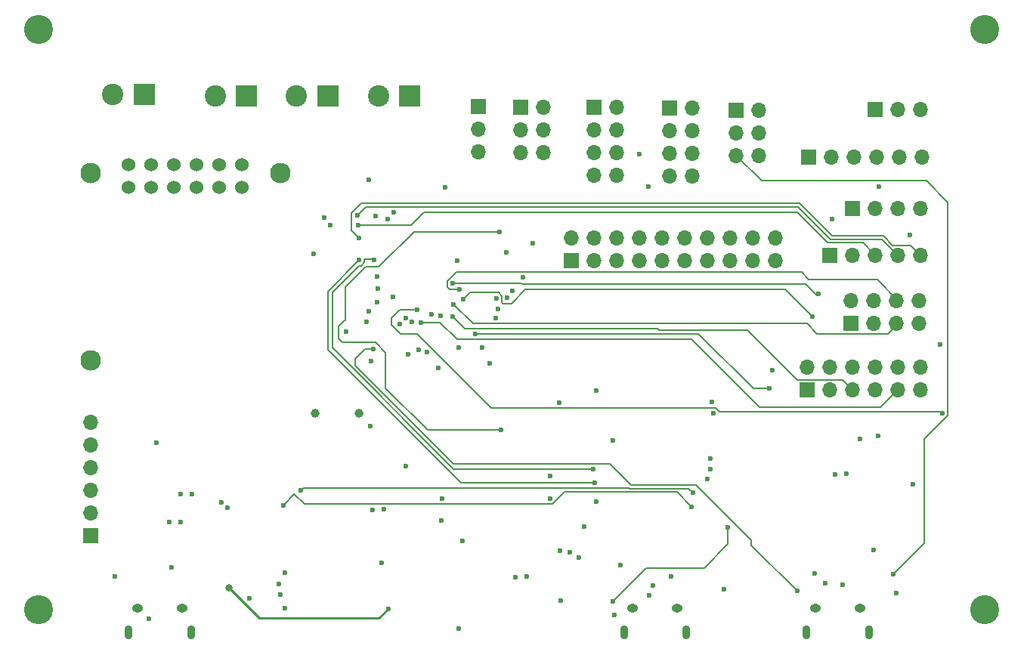
<source format=gbr>
%TF.GenerationSoftware,KiCad,Pcbnew,(6.0.0-0)*%
%TF.CreationDate,2022-09-06T13:07:18-04:00*%
%TF.ProjectId,Body_LED_Controller_Embedded_ESP32s,426f6479-5f4c-4454-945f-436f6e74726f,1.0*%
%TF.SameCoordinates,Original*%
%TF.FileFunction,Copper,L3,Inr*%
%TF.FilePolarity,Positive*%
%FSLAX46Y46*%
G04 Gerber Fmt 4.6, Leading zero omitted, Abs format (unit mm)*
G04 Created by KiCad (PCBNEW (6.0.0-0)) date 2022-09-06 13:07:18*
%MOMM*%
%LPD*%
G01*
G04 APERTURE LIST*
%TA.AperFunction,ComponentPad*%
%ADD10R,1.700000X1.700000*%
%TD*%
%TA.AperFunction,ComponentPad*%
%ADD11O,1.700000X1.700000*%
%TD*%
%TA.AperFunction,ComponentPad*%
%ADD12O,0.890000X1.550000*%
%TD*%
%TA.AperFunction,ComponentPad*%
%ADD13O,1.250000X0.950000*%
%TD*%
%TA.AperFunction,ComponentPad*%
%ADD14C,3.250000*%
%TD*%
%TA.AperFunction,ComponentPad*%
%ADD15C,1.007000*%
%TD*%
%TA.AperFunction,ComponentPad*%
%ADD16C,1.524000*%
%TD*%
%TA.AperFunction,ComponentPad*%
%ADD17C,2.300000*%
%TD*%
%TA.AperFunction,ComponentPad*%
%ADD18R,2.400000X2.400000*%
%TD*%
%TA.AperFunction,ComponentPad*%
%ADD19C,2.400000*%
%TD*%
%TA.AperFunction,ViaPad*%
%ADD20C,0.600000*%
%TD*%
%TA.AperFunction,ViaPad*%
%ADD21C,0.800000*%
%TD*%
%TA.AperFunction,Conductor*%
%ADD22C,0.200000*%
%TD*%
%TA.AperFunction,Conductor*%
%ADD23C,0.250000*%
%TD*%
G04 APERTURE END LIST*
D10*
%TO.N,+5V*%
%TO.C,J1*%
X141210000Y-59650000D03*
D11*
X143750000Y-59650000D03*
%TO.N,GND*%
X141210000Y-62190000D03*
X143750000Y-62190000D03*
%TO.N,RX1*%
X141210000Y-64730000D03*
%TO.N,RX3*%
X143750000Y-64730000D03*
%TO.N,TX1*%
X141210000Y-67270000D03*
%TO.N,TX3*%
X143750000Y-67270000D03*
%TD*%
D12*
%TO.N,unconnected-(J11-Pad6)*%
%TO.C,J11*%
X144545000Y-118510000D03*
D13*
X145545000Y-115810000D03*
D12*
X151545000Y-118510000D03*
D13*
X150545000Y-115810000D03*
%TD*%
%TO.N,unconnected-(J10-Pad6)*%
%TO.C,J10*%
X170990000Y-115800000D03*
X165990000Y-115800000D03*
D12*
X164990000Y-118500000D03*
X171990000Y-118500000D03*
%TD*%
D14*
%TO.N,N/C*%
%TO.C,REF\u002A\u002A*%
X185000000Y-116000000D03*
%TD*%
D15*
%TO.N,XTAL2*%
%TO.C,Y1*%
X114850000Y-94020000D03*
%TO.N,XTAL1*%
X109970000Y-94020000D03*
%TD*%
D10*
%TO.N,GND*%
%TO.C,J15*%
X84770000Y-107720000D03*
D11*
%TO.N,unconnected-(J15-Pad2)*%
X84770000Y-105180000D03*
%TO.N,SCL_BS*%
X84770000Y-102640000D03*
%TO.N,SDA_BS*%
X84770000Y-100100000D03*
%TO.N,+3.3V_BS*%
X84770000Y-97560000D03*
%TO.N,+5V*%
X84770000Y-95020000D03*
%TD*%
D10*
%TO.N,GND*%
%TO.C,J14*%
X128240000Y-59600000D03*
D11*
%TO.N,RX_FU*%
X128240000Y-62140000D03*
%TO.N,TX_FU*%
X128240000Y-64680000D03*
%TD*%
D16*
%TO.N,+5V*%
%TO.C,U14*%
X101765000Y-66085000D03*
%TO.N,GND*%
X99225000Y-66085000D03*
X96685000Y-66085000D03*
%TO.N,+12V*%
X94145000Y-66085000D03*
%TO.N,unconnected-(U14-Pad5)*%
X91605000Y-66085000D03*
%TO.N,unconnected-(U14-Pad6)*%
X89065000Y-66085000D03*
%TO.N,unconnected-(U14-Pad7)*%
X89065000Y-68625000D03*
%TO.N,unconnected-(U14-Pad8)*%
X91605000Y-68625000D03*
%TO.N,+12V*%
X94145000Y-68625000D03*
%TO.N,GND*%
X96685000Y-68625000D03*
X99225000Y-68625000D03*
%TO.N,+5V*%
X101765000Y-68625000D03*
D17*
%TO.N,N/C*%
X106015000Y-67015000D03*
X84815000Y-67015000D03*
X84815000Y-88015000D03*
%TD*%
D12*
%TO.N,unconnected-(J12-Pad6)*%
%TO.C,J12*%
X89065000Y-118550000D03*
X96065000Y-118550000D03*
D13*
X90065000Y-115850000D03*
X95065000Y-115850000D03*
%TD*%
D18*
%TO.N,GND*%
%TO.C,J19*%
X120540000Y-58400000D03*
D19*
%TO.N,+5V*%
X117040000Y-58400000D03*
%TD*%
D18*
%TO.N,GND*%
%TO.C,J16*%
X90790000Y-58280000D03*
D19*
%TO.N,+12V*%
X87290000Y-58280000D03*
%TD*%
D10*
%TO.N,GND*%
%TO.C,J7*%
X167630000Y-76298000D03*
D11*
%TO.N,+5V*%
X170170000Y-76298000D03*
%TO.N,DP_LOAD*%
X172710000Y-76298000D03*
%TO.N,DP_CLOCK*%
X175250000Y-76298000D03*
%TO.N,DP_DATA_IN*%
X177790000Y-76298000D03*
%TD*%
D18*
%TO.N,GND*%
%TO.C,J17*%
X102270000Y-58390000D03*
D19*
%TO.N,+5V*%
X98770000Y-58390000D03*
%TD*%
D10*
%TO.N,+5V*%
%TO.C,J2*%
X149620000Y-59790000D03*
D11*
X152160000Y-59790000D03*
%TO.N,GND*%
X149620000Y-62330000D03*
X152160000Y-62330000D03*
%TO.N,SCL*%
X149620000Y-64870000D03*
X152160000Y-64870000D03*
%TO.N,SDA*%
X149620000Y-67410000D03*
X152160000Y-67410000D03*
%TD*%
D10*
%TO.N,GND*%
%TO.C,J5*%
X165080000Y-91374000D03*
D11*
X165080000Y-88834000D03*
%TO.N,+5V*%
X167620000Y-91374000D03*
X167620000Y-88834000D03*
%TO.N,CS1_CLOCK*%
X170160000Y-91374000D03*
%TO.N,VU1_CLOCK*%
X170160000Y-88834000D03*
%TO.N,Net-(J5-Pad7)*%
X172700000Y-91374000D03*
%TO.N,Net-(J5-Pad8)*%
X172700000Y-88834000D03*
%TO.N,CS2_CLOCK*%
X175240000Y-91374000D03*
%TO.N,VU2_CLOCK*%
X175240000Y-88834000D03*
%TO.N,Net-(J5-Pad11)*%
X177780000Y-91374000D03*
%TO.N,Net-(J5-Pad12)*%
X177780000Y-88834000D03*
%TD*%
D10*
%TO.N,GND*%
%TO.C,J6*%
X170130000Y-71040000D03*
D11*
%TO.N,Net-(J6-Pad2)*%
X172670000Y-71040000D03*
%TO.N,Net-(J6-Pad3)*%
X175210000Y-71040000D03*
%TO.N,Net-(J6-Pad4)*%
X177750000Y-71040000D03*
%TD*%
D14*
%TO.N,N/C*%
%TO.C,REF\u002A\u002A*%
X185000000Y-51000000D03*
%TD*%
%TO.N,N/C*%
%TO.C,REF\u002A\u002A*%
X79000000Y-116000000D03*
%TD*%
%TO.N,N/C*%
%TO.C,REF\u002A\u002A*%
X79000000Y-51000000D03*
%TD*%
D10*
%TO.N,GND*%
%TO.C,J9*%
X172720000Y-59950000D03*
D11*
%TO.N,+5V*%
X175260000Y-59950000D03*
%TO.N,EXT_MIC*%
X177800000Y-59950000D03*
%TD*%
D10*
%TO.N,GND*%
%TO.C,J4*%
X169980000Y-83906000D03*
D11*
X169980000Y-81366000D03*
%TO.N,+5V*%
X172520000Y-83906000D03*
X172520000Y-81366000D03*
%TO.N,LDP_CLOCK*%
X175060000Y-83906000D03*
%TO.N,MAINT_CLOCK*%
X175060000Y-81366000D03*
%TO.N,Net-(J4-Pad7)*%
X177600000Y-83906000D03*
%TO.N,Net-(J4-Pad8)*%
X177600000Y-81366000D03*
%TD*%
D10*
%TO.N,VU2_DATA*%
%TO.C,J20*%
X157110000Y-59990000D03*
D11*
%TO.N,+5V*%
X159650000Y-59990000D03*
%TO.N,VU2_CLOCK*%
X157110000Y-62530000D03*
%TO.N,YELLOW_LED*%
X159650000Y-62530000D03*
%TO.N,RESET_BL*%
X157110000Y-65070000D03*
%TO.N,GND*%
X159650000Y-65070000D03*
%TD*%
D10*
%TO.N,GND*%
%TO.C,J13*%
X132950000Y-59680000D03*
D11*
X135490000Y-59680000D03*
%TO.N,RX_MP*%
X132950000Y-62220000D03*
%TO.N,RX_ST*%
X135490000Y-62220000D03*
%TO.N,TX_MP*%
X132950000Y-64760000D03*
%TO.N,TX_ST*%
X135490000Y-64760000D03*
%TD*%
D18*
%TO.N,GND*%
%TO.C,J18*%
X111360000Y-58420000D03*
D19*
%TO.N,+5V*%
X107860000Y-58420000D03*
%TD*%
D10*
%TO.N,LIMIT1*%
%TO.C,J3*%
X138610000Y-76840000D03*
D11*
%TO.N,+5V*%
X138610000Y-74300000D03*
%TO.N,LIMIT2*%
X141150000Y-76840000D03*
%TO.N,+5V*%
X141150000Y-74300000D03*
%TO.N,LIMIT3*%
X143690000Y-76840000D03*
%TO.N,+5V*%
X143690000Y-74300000D03*
%TO.N,LIMIT4*%
X146230000Y-76840000D03*
%TO.N,+5V*%
X146230000Y-74300000D03*
%TO.N,LIMIT5*%
X148770000Y-76840000D03*
%TO.N,+5V*%
X148770000Y-74300000D03*
%TO.N,LIMIT6*%
X151310000Y-76840000D03*
%TO.N,+5V*%
X151310000Y-74300000D03*
%TO.N,LIMIT7*%
X153850000Y-76840000D03*
%TO.N,+5V*%
X153850000Y-74300000D03*
%TO.N,LIMIT8*%
X156390000Y-76840000D03*
%TO.N,+5V*%
X156390000Y-74300000D03*
%TO.N,LIMIT9*%
X158930000Y-76840000D03*
%TO.N,+5V*%
X158930000Y-74300000D03*
%TO.N,LIMIT10*%
X161470000Y-76840000D03*
%TO.N,+5V*%
X161470000Y-74300000D03*
%TD*%
D10*
%TO.N,GND*%
%TO.C,J8*%
X165260000Y-65272000D03*
D11*
%TO.N,+5V*%
X167800000Y-65272000D03*
%TO.N,VU_STROBE*%
X170340000Y-65272000D03*
%TO.N,VU_RESET*%
X172880000Y-65272000D03*
%TO.N,SPECTRUM_LEFT*%
X175420000Y-65272000D03*
%TO.N,SPECTRUM_RIGHT*%
X177960000Y-65272000D03*
%TD*%
D20*
%TO.N,GND*%
X124520000Y-68690000D03*
X133210000Y-78750000D03*
X144120000Y-111000000D03*
X92185000Y-97265000D03*
X172530000Y-109270000D03*
X132060000Y-80300000D03*
X109780000Y-76130000D03*
X117375000Y-110765000D03*
X176950000Y-101970000D03*
X116250000Y-88120000D03*
X136310000Y-101040000D03*
X126050000Y-118090000D03*
X143270000Y-97030000D03*
X102550000Y-114750000D03*
X139520000Y-110130000D03*
X116130000Y-95430000D03*
X137470000Y-115010000D03*
X87520000Y-112240000D03*
X115940000Y-67790000D03*
X124070000Y-106000000D03*
X93890000Y-111290000D03*
X137330000Y-92760000D03*
X120110000Y-99940000D03*
%TO.N,+5V*%
X124190000Y-103510000D03*
X136320000Y-103560000D03*
%TO.N,MAINT_CLOCK*%
X126150000Y-80070000D03*
%TO.N,LDP_CLOCK*%
X125450000Y-81770000D03*
%TO.N,VU1_CLOCK*%
X120100000Y-83300000D03*
%TO.N,VU2_CLOCK*%
X118650000Y-80910000D03*
%TO.N,CS2_CLOCK*%
X121770000Y-83780000D03*
%TO.N,CS1_CLOCK*%
X125380000Y-83130000D03*
%TO.N,DP_DATA_IN*%
X114860000Y-74360000D03*
%TO.N,DP_CLOCK*%
X114730000Y-71760000D03*
%TO.N,DP_LOAD*%
X114800000Y-72900000D03*
%TO.N,SPECTRUM_RIGHT*%
X116750000Y-71920000D03*
%TO.N,SPECTRUM_LEFT*%
X118050000Y-72230000D03*
%TO.N,VU_RESET*%
X115730000Y-83710000D03*
%TO.N,VU_STROBE*%
X113390000Y-84840000D03*
%TO.N,SDA*%
X147260000Y-68600000D03*
%TO.N,SCL*%
X123020000Y-82850000D03*
%TO.N,SDA*%
X124020000Y-83050000D03*
%TO.N,SCL*%
X146240000Y-64950000D03*
%TO.N,TX1*%
X126045832Y-86639500D03*
%TO.N,RX1*%
X123760000Y-88900000D03*
%TO.N,LDP_DATA*%
X126560000Y-81230000D03*
X165675000Y-83145000D03*
%TO.N,CS1_DATA*%
X127900000Y-85070000D03*
X160870000Y-91210000D03*
%TO.N,CS2_DATA*%
X121370000Y-82390000D03*
X180220000Y-93980000D03*
%TO.N,MAINT_DATA*%
X166310000Y-80600000D03*
X125370000Y-79400000D03*
%TO.N,VU1_DATA*%
X161140000Y-89140000D03*
X120795000Y-83765000D03*
%TO.N,VU2_DATA*%
X180010000Y-86240000D03*
X115970000Y-82540000D03*
%TO.N,+5V_BL*%
X134300000Y-74930000D03*
X125893508Y-76856492D03*
%TO.N,RESET_BL*%
X174720000Y-112020000D03*
X165900000Y-111960000D03*
X116500000Y-86810000D03*
X163990000Y-113920000D03*
%TO.N,RESET_BC*%
X149855000Y-112245000D03*
X141470000Y-91470000D03*
X143450000Y-116590000D03*
%TO.N,RESET_BS*%
X118130000Y-115890000D03*
D21*
X100290000Y-113570000D03*
D20*
%TO.N,VBUS_BS*%
X91320000Y-116980000D03*
X126420000Y-108310000D03*
%TO.N,TXD0_BL*%
X111000000Y-72030000D03*
X170980000Y-96860000D03*
%TO.N,RXD0_BL*%
X111610000Y-72870000D03*
X172990000Y-96510000D03*
%TO.N,LIMIT7*%
X128685000Y-86655000D03*
%TO.N,LIMIT8*%
X122515000Y-87095000D03*
%TO.N,LIMIT9*%
X121580000Y-86900000D03*
%TO.N,LIMIT10*%
X120340000Y-87370000D03*
%TO.N,D-_BL*%
X168210000Y-100810000D03*
X167130000Y-113020000D03*
%TO.N,D+_BL*%
X169480000Y-100770000D03*
X169080000Y-113230000D03*
%TO.N,EXT_MIC*%
X118760000Y-71460000D03*
%TO.N,D-_BC*%
X147380000Y-114400000D03*
X132360000Y-112340000D03*
%TO.N,D+_BC*%
X133650000Y-112280000D03*
X147770000Y-113250000D03*
%TO.N,LIMIT1*%
X130640000Y-73640000D03*
X130760000Y-95860000D03*
%TO.N,LIMIT2*%
X131495000Y-81065000D03*
%TO.N,LIMIT3*%
X130245000Y-81075000D03*
%TO.N,LIMIT4*%
X130445000Y-82305000D03*
%TO.N,LIMIT5*%
X130196492Y-83333508D03*
%TO.N,LIMIT6*%
X131380000Y-75940000D03*
X129480000Y-88410000D03*
%TO.N,RX_MP*%
X153920000Y-101380000D03*
%TO.N,RX_ST*%
X140050000Y-106720000D03*
%TO.N,TX_MP*%
X154250000Y-100250000D03*
%TO.N,TX_ST*%
X141410000Y-103860000D03*
%TO.N,RX_FU*%
X116411089Y-104828911D03*
%TO.N,TX_FU*%
X117640000Y-104759011D03*
%TO.N,SCL_BS*%
X106590000Y-115850000D03*
%TO.N,SDA_BS*%
X106550000Y-111880000D03*
%TO.N,YELLOW_LED*%
X116870000Y-81550000D03*
X173070000Y-68620000D03*
%TO.N,GREEN_LED*%
X167830000Y-72200000D03*
X116980000Y-80020000D03*
%TO.N,RED_LED*%
X119410000Y-83970000D03*
X176570000Y-73960000D03*
%TO.N,RX_BL*%
X114870000Y-76834500D03*
X141260000Y-101730000D03*
%TO.N,TX_BL*%
X116570000Y-76834500D03*
X141130000Y-100250000D03*
%TO.N,TX_BS*%
X152140000Y-104470000D03*
X106380000Y-104290000D03*
%TO.N,GPIO0_BC*%
X143280000Y-115030000D03*
X156200000Y-106790000D03*
%TO.N,RX_BS*%
X152255000Y-102905000D03*
X108370000Y-102650000D03*
%TO.N,TXD0_BC*%
X154540000Y-94010000D03*
X137340000Y-109400000D03*
%TO.N,RXD0_BC*%
X154410000Y-92720000D03*
X138440000Y-109550000D03*
%TO.N,TXD0_BS*%
X94850000Y-103000000D03*
X105880000Y-113150000D03*
%TO.N,RXD0_BS*%
X106090000Y-114310000D03*
X96150000Y-103000000D03*
%TO.N,DTR_BS*%
X93580000Y-106150000D03*
X99465000Y-104005000D03*
%TO.N,RTS_BS*%
X100110000Y-104570000D03*
X94850000Y-106190000D03*
%TO.N,ST_LED_D_BL*%
X175090000Y-114090000D03*
X116850000Y-78640000D03*
%TO.N,ST_LED_D_BC*%
X155760000Y-113680000D03*
X154220000Y-99090000D03*
%TD*%
D22*
%TO.N,MAINT_CLOCK*%
X172900000Y-78980000D02*
X165270000Y-78980000D01*
X125771673Y-78150489D02*
X124770489Y-79151673D01*
X164440489Y-78150489D02*
X125771673Y-78150489D01*
X165270000Y-78980000D02*
X164440489Y-78150489D01*
X175214000Y-81366000D02*
X175250000Y-81330000D01*
X125030000Y-80070000D02*
X126150000Y-80070000D01*
X124770489Y-79151673D02*
X124770489Y-79810489D01*
X175250000Y-81330000D02*
X172900000Y-78980000D01*
X124770489Y-79810489D02*
X125030000Y-80070000D01*
X175060000Y-81366000D02*
X175214000Y-81366000D01*
%TO.N,LDP_CLOCK*%
X165063019Y-83933019D02*
X127613019Y-83933019D01*
X166185511Y-85055511D02*
X165063019Y-83933019D01*
X127613019Y-83933019D02*
X125450000Y-81770000D01*
X174084489Y-85055511D02*
X166185511Y-85055511D01*
X175060000Y-83906000D02*
X175234000Y-83906000D01*
X175234000Y-83906000D02*
X174084489Y-85055511D01*
%TO.N,CS2_CLOCK*%
X173294489Y-93319511D02*
X159699511Y-93319511D01*
X175240000Y-91374000D02*
X173294489Y-93319511D01*
X152090000Y-85710000D02*
X125832162Y-85710000D01*
X123902162Y-83780000D02*
X121770000Y-83780000D01*
X159699511Y-93319511D02*
X152090000Y-85710000D01*
X125832162Y-85710000D02*
X123902162Y-83780000D01*
%TO.N,CS1_CLOCK*%
X163930489Y-90224489D02*
X158376480Y-84670480D01*
X170160000Y-91374000D02*
X169010489Y-90224489D01*
X148470000Y-84670480D02*
X148270009Y-84470489D01*
X158376480Y-84670480D02*
X148470000Y-84670480D01*
X126720489Y-84470489D02*
X125380000Y-83130000D01*
X148270009Y-84470489D02*
X126720489Y-84470489D01*
X169010489Y-90224489D02*
X163930489Y-90224489D01*
%TO.N,DP_DATA_IN*%
X177790000Y-76298000D02*
X176640489Y-75148489D01*
X115130000Y-70430000D02*
X114020000Y-71540000D01*
X167865487Y-74070481D02*
X164225006Y-70430000D01*
X176640489Y-75148489D02*
X174665495Y-75148489D01*
X114020000Y-73520000D02*
X114860000Y-74360000D01*
X164225006Y-70430000D02*
X115130000Y-70430000D01*
X174665495Y-75148489D02*
X173587487Y-74070481D01*
X114020000Y-71540000D02*
X114020000Y-73520000D01*
X173587487Y-74070481D02*
X167865487Y-74070481D01*
%TO.N,DP_CLOCK*%
X164090489Y-70860489D02*
X115629511Y-70860489D01*
X175250000Y-76298000D02*
X173422000Y-74470000D01*
X173422000Y-74470000D02*
X167700000Y-74470000D01*
X115629511Y-70860489D02*
X114730000Y-71760000D01*
X167700000Y-74470000D02*
X164090489Y-70860489D01*
%TO.N,DP_LOAD*%
X167360000Y-74880000D02*
X171292000Y-74880000D01*
X171292000Y-74880000D02*
X172710000Y-76298000D01*
X163940000Y-71460000D02*
X167360000Y-74880000D01*
X114800000Y-72900000D02*
X120690000Y-72900000D01*
X120690000Y-72900000D02*
X122130000Y-71460000D01*
X122130000Y-71460000D02*
X163940000Y-71460000D01*
%TO.N,LDP_DATA*%
X130844511Y-81554511D02*
X130844511Y-80826673D01*
X162630000Y-80100000D02*
X133510000Y-80100000D01*
X127314511Y-80475489D02*
X126560000Y-81230000D01*
X130954511Y-81664511D02*
X130844511Y-81554511D01*
X131945489Y-81664511D02*
X130954511Y-81664511D01*
X130493327Y-80475489D02*
X127314511Y-80475489D01*
X165675000Y-83145000D02*
X162630000Y-80100000D01*
X130844511Y-80826673D02*
X130493327Y-80475489D01*
X133510000Y-80100000D02*
X131945489Y-81664511D01*
%TO.N,CS1_DATA*%
X159050000Y-91210000D02*
X152910000Y-85070000D01*
X152910000Y-85070000D02*
X127900000Y-85070000D01*
X160870000Y-91210000D02*
X159050000Y-91210000D01*
%TO.N,CS2_DATA*%
X118500000Y-84050000D02*
X118500000Y-83300000D01*
X180090000Y-93850000D02*
X155227838Y-93850000D01*
X119520000Y-85070000D02*
X118500000Y-84050000D01*
X119410000Y-82390000D02*
X121370000Y-82390000D01*
X118500000Y-83300000D02*
X119410000Y-82390000D01*
X129678327Y-93410489D02*
X121337838Y-85070000D01*
X155227838Y-93850000D02*
X154788327Y-93410489D01*
X180220000Y-93980000D02*
X180090000Y-93850000D01*
X121337838Y-85070000D02*
X119520000Y-85070000D01*
X154788327Y-93410489D02*
X129678327Y-93410489D01*
%TO.N,MAINT_DATA*%
X133012162Y-79400000D02*
X125370000Y-79400000D01*
X166310000Y-80600000D02*
X166330000Y-80600000D01*
X166380000Y-80650000D02*
X166060000Y-80650000D01*
X164930000Y-79520000D02*
X133132162Y-79520000D01*
X133132162Y-79520000D02*
X133012162Y-79400000D01*
X166330000Y-80600000D02*
X166380000Y-80650000D01*
X166060000Y-80650000D02*
X164930000Y-79520000D01*
%TO.N,RESET_BL*%
X114460000Y-88674994D02*
X125422503Y-99637497D01*
X159970000Y-67930000D02*
X178410000Y-67930000D01*
X157110000Y-65070000D02*
X159970000Y-67930000D01*
X178220000Y-96827838D02*
X178220000Y-108520000D01*
X158840000Y-108770000D02*
X163990000Y-113920000D01*
X180819511Y-70339511D02*
X180819511Y-94228327D01*
X145350000Y-102020000D02*
X152630000Y-102020000D01*
X178220000Y-108520000D02*
X174720000Y-112020000D01*
X125422503Y-99637497D02*
X142967497Y-99637497D01*
X180819511Y-94228327D02*
X178220000Y-96827838D01*
X114460000Y-87860000D02*
X114460000Y-88674994D01*
X158840000Y-108230000D02*
X158840000Y-108770000D01*
X152630000Y-102020000D02*
X158840000Y-108230000D01*
X116500000Y-86810000D02*
X115510000Y-86810000D01*
X115510000Y-86810000D02*
X114460000Y-87860000D01*
X142967497Y-99637497D02*
X145350000Y-102020000D01*
X178410000Y-67930000D02*
X180819511Y-70339511D01*
D23*
%TO.N,RESET_BS*%
X100290000Y-113570000D02*
X103680000Y-116960000D01*
X117060000Y-116960000D02*
X118130000Y-115890000D01*
X103680000Y-116960000D02*
X117060000Y-116960000D01*
D22*
%TO.N,LIMIT1*%
X130640000Y-73640000D02*
X121002162Y-73640000D01*
X117830000Y-87180000D02*
X117830000Y-91160000D01*
X117830000Y-91160000D02*
X122530000Y-95860000D01*
X113000000Y-86040000D02*
X116690000Y-86040000D01*
X113250000Y-83570000D02*
X112570000Y-84250000D01*
X113330000Y-83570000D02*
X113250000Y-83570000D01*
X112570000Y-85610000D02*
X113000000Y-86040000D01*
X113330000Y-79870000D02*
X113330000Y-83570000D01*
X117052162Y-77590000D02*
X115610000Y-77590000D01*
X116690000Y-86040000D02*
X117830000Y-87180000D01*
X122530000Y-95860000D02*
X130760000Y-95860000D01*
X112570000Y-84250000D02*
X112570000Y-85610000D01*
X121002162Y-73640000D02*
X117052162Y-77590000D01*
X115610000Y-77590000D02*
X113330000Y-79870000D01*
%TO.N,RX_BL*%
X111380000Y-86830000D02*
X111380000Y-80324500D01*
X111380000Y-80324500D02*
X114870000Y-76834500D01*
X141260000Y-101730000D02*
X126280000Y-101730000D01*
X126280000Y-101730000D02*
X111380000Y-86830000D01*
%TO.N,TX_BL*%
X116570000Y-76834500D02*
X116485500Y-76750000D01*
X115470000Y-76750000D02*
X115469511Y-76750489D01*
X111860000Y-86640000D02*
X125470000Y-100250000D01*
X111860000Y-80409506D02*
X111860000Y-86640000D01*
X115469511Y-76750489D02*
X115469511Y-77082827D01*
X115118327Y-77434011D02*
X114835495Y-77434011D01*
X116485500Y-76750000D02*
X115470000Y-76750000D01*
X114835495Y-77434011D02*
X111860000Y-80409506D01*
X125470000Y-100250000D02*
X141130000Y-100250000D01*
X115469511Y-77082827D02*
X115118327Y-77434011D01*
%TO.N,TX_BS*%
X137907838Y-102820000D02*
X150490000Y-102820000D01*
X106380000Y-104290000D02*
X107620000Y-103050000D01*
X108729511Y-104159511D02*
X136568327Y-104159511D01*
X136568327Y-104159511D02*
X137907838Y-102820000D01*
X107620000Y-103050000D02*
X108729511Y-104159511D01*
X150490000Y-102820000D02*
X152140000Y-104470000D01*
%TO.N,GPIO0_BC*%
X147000000Y-111310000D02*
X153520000Y-111310000D01*
X156200000Y-108630000D02*
X156200000Y-106790000D01*
X153520000Y-111310000D02*
X156200000Y-108630000D01*
X143280000Y-115030000D02*
X147000000Y-111310000D01*
%TO.N,RX_BS*%
X108640000Y-102380000D02*
X145144994Y-102380000D01*
X145144994Y-102380000D02*
X145184514Y-102419520D01*
X151769520Y-102419520D02*
X152255000Y-102905000D01*
X108370000Y-102650000D02*
X108640000Y-102380000D01*
X145184514Y-102419520D02*
X151769520Y-102419520D01*
%TD*%
M02*

</source>
